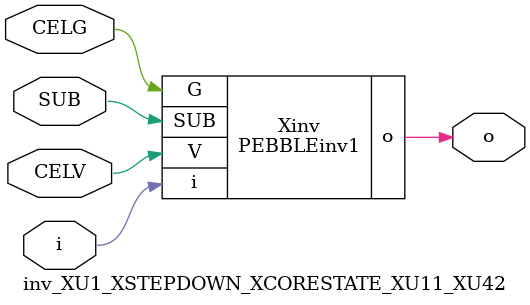
<source format=v>



module PEBBLEinv1 ( o, G, SUB, V, i );

  input V;
  input i;
  input G;
  output o;
  input SUB;
endmodule

//Celera Confidential Do Not Copy inv_XU1_XSTEPDOWN_XCORESTATE_XU11_XU42
//Celera Confidential Symbol Generator
//5V Inverter
module inv_XU1_XSTEPDOWN_XCORESTATE_XU11_XU42 (CELV,CELG,i,o,SUB);
input CELV;
input CELG;
input i;
input SUB;
output o;

//Celera Confidential Do Not Copy inv
PEBBLEinv1 Xinv(
.V (CELV),
.i (i),
.o (o),
.SUB (SUB),
.G (CELG)
);
//,diesize,PEBBLEinv1

//Celera Confidential Do Not Copy Module End
//Celera Schematic Generator
endmodule

</source>
